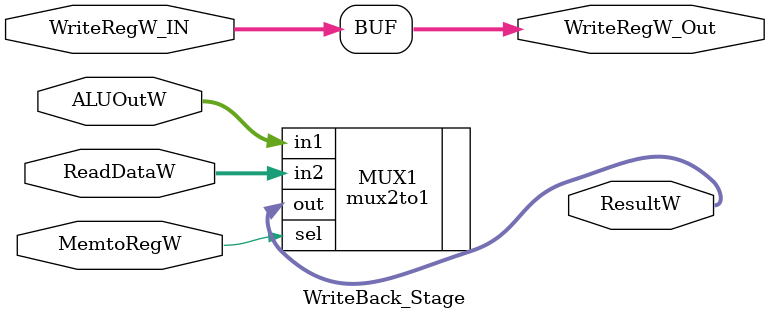
<source format=v>
module WriteBack_Stage (
    
    input  wire MemtoRegW, 
    input  wire   [31:0]   ReadDataW, ALUOutW,
    input  wire   [4:0]    WriteRegW_IN,
    output wire   [31:0]  ResultW, 
    output wire   [4:0]   WriteRegW_Out
 
);

assign WriteRegW_Out = WriteRegW_IN; 

mux2to1 #(32) MUX1
(
.in1 (ALUOutW), 
.in2 (ReadDataW), 
.sel (MemtoRegW),
.out (ResultW)

);

endmodule
</source>
